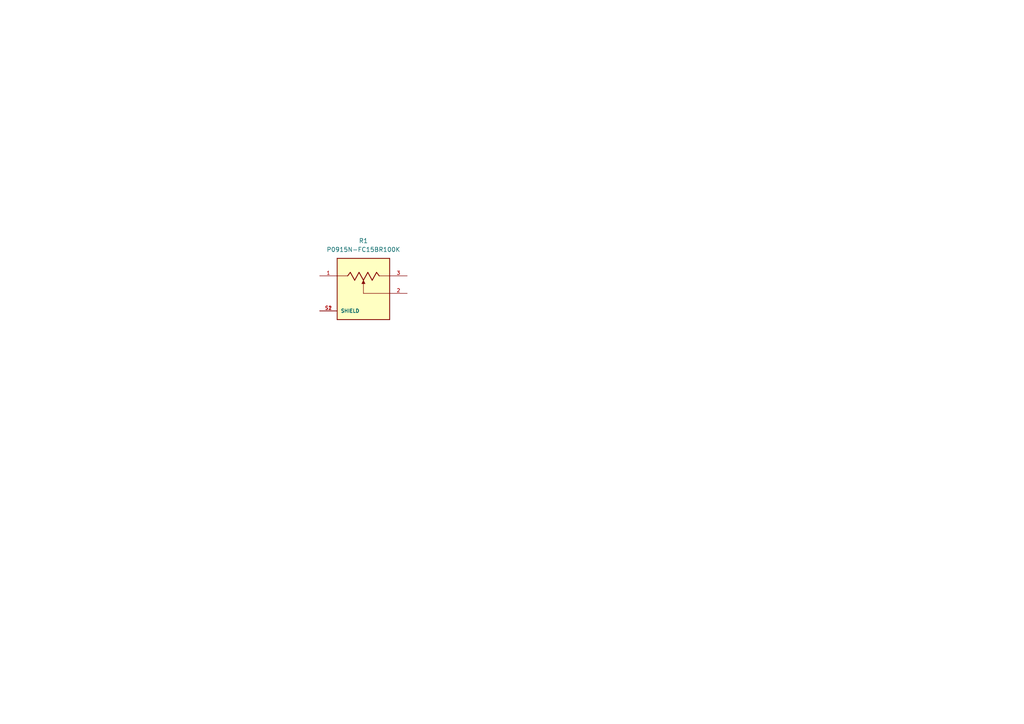
<source format=kicad_sch>
(kicad_sch (version 20230121) (generator eeschema)
  (paper "A4")
  (lib_symbols
    (symbol "P0915N-FC15BR100K:P0915N-FC15BR100K" (pin_names (offset 1.016))
      (property "Reference" "R" (at -7.62 8.89 0))
      (property "Value" "P0915N-FC15BR100K" (at -7.62 -11.43 0))
      (symbol "P0915N-FC15BR100K_0_0"
        (rectangle (start -7.62 -10.16) (end 7.62 7.62) (stroke (width 0.254)) (fill (type background)))
        (polyline (pts (xy -7.62 2.54) (xy -4.572 2.54)) (stroke (width 0.1524)))
        (polyline (pts (xy -4.572 2.54) (xy -3.81 3.556)) (stroke (width 0.254)))
        (polyline (pts (xy -3.81 3.556) (xy -2.54 1.27)) (stroke (width 0.254)))
        (polyline (pts (xy -2.54 1.27) (xy -1.27 3.556)) (stroke (width 0.254)))
        (polyline (pts (xy -1.27 3.556) (xy 0 1.27)) (stroke (width 0.254)))
        (polyline (pts (xy 0 -2.54) (xy 0 0.254)) (stroke (width 0.1524)))
        (polyline (pts (xy 0 1.27) (xy 1.27 3.556)) (stroke (width 0.254)))
        (polyline (pts (xy 1.27 3.556) (xy 2.54 1.27)) (stroke (width 0.254)))
        (polyline (pts (xy 2.54 1.27) (xy 3.81 3.556)) (stroke (width 0.254)))
        (polyline (pts (xy 3.81 3.556) (xy 4.572 2.54)) (stroke (width 0.254)))
        (polyline (pts (xy 4.572 2.54) (xy 7.62 2.54)) (stroke (width 0.1524)))
        (polyline (pts (xy 7.62 -2.54) (xy 0 -2.54)) (stroke (width 0.1524)))
        (polyline (pts (xy -0.508 0.254) (xy 0.508 0.254) (xy 0 1.27) (xy -0.508 0.254)) (stroke (width 0.0254)) (fill (type outline)))
        (pin passive line (at -12.7 2.54 0) (length 5.08) (name "~") (number "1"))
        (pin passive line (at 12.7 -2.54 180) (length 5.08) (name "~") (number "2"))
        (pin passive line (at 12.7 2.54 180) (length 5.08) (name "~") (number "3"))
        (pin passive line (at -12.7 -7.62 0) (length 5.08) (name "SHIELD") (number "S1"))
        (pin passive line (at -12.7 -7.62 0) (length 5.08) (name "SHIELD") (number "S2"))
      )
    )
  )
  (symbol (lib_id "P0915N-FC15BR100K:P0915N-FC15BR100K") (at 105.41 82.55 0) (unit 1)
    (property "Reference" "R1" (at 105.41 69.85 0))
    (property "Value" "P0915N-FC15BR100K" (at 105.41 72.39 0))
    (property "Footprint" "P0915N-FC15BR100K:TRIM_P0915N-FC15BR100K" (effects hide))
    (property "DigiKey_Part_Number" "987-1709-ND" (effects hide))
    (property "SnapEDA_Link" "https://www.snapeda.com/parts/P0915N-FC15BR100K/TT+Electronics%252FBI/view-part/?ref=snap" (effects hide))
    (property "MAXIMUM_PACKAGE_HEIGHT" "26 mm" (effects hide))
    (property "Package" "None" (effects hide))
    (property "Check_prices" "https://www.snapeda.com/parts/P0915N-FC15BR100K/TT+Electronics%252FBI/view-part/?ref=eda" (effects hide))
    (property "STANDARD" "Manufacturer Recommendations" (effects hide))
    (property "PARTREV" "Issue B 04/2019" (effects hide))
    (property "MF" "TT Electronics/BI" (effects hide))
    (property "MP" "P0915N-FC15BR100K" (effects hide))
    (property "Description" "\n100k Ohm 1 Gang Linear Panel Mount Potentiometer None 1.0 Kierros Conductive Plastic 0.05W, 1/20W PC Pins, Board Locks\n" (effects hide))
    (property "MANUFACTURER" "TT Electronics/BI" (effects hide))
  )
)
</source>
